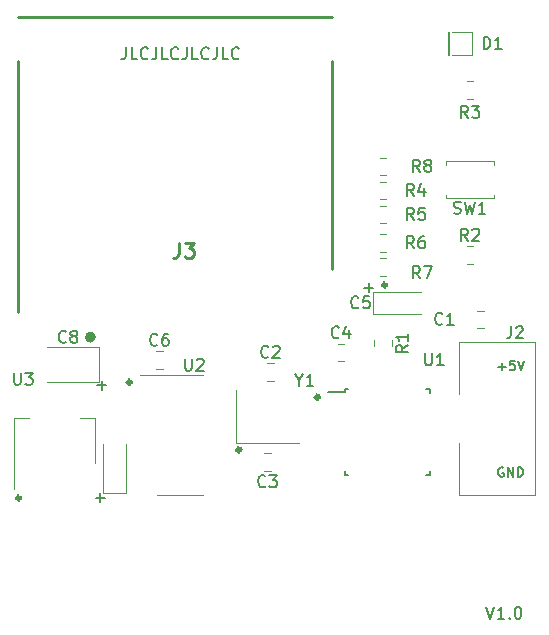
<source format=gbr>
%TF.GenerationSoftware,KiCad,Pcbnew,7.0.9*%
%TF.CreationDate,2023-12-04T13:48:36-06:00*%
%TF.ProjectId,smartportsd-smd,736d6172-7470-46f7-9274-73642d736d64,rev?*%
%TF.SameCoordinates,Original*%
%TF.FileFunction,Legend,Top*%
%TF.FilePolarity,Positive*%
%FSLAX46Y46*%
G04 Gerber Fmt 4.6, Leading zero omitted, Abs format (unit mm)*
G04 Created by KiCad (PCBNEW 7.0.9) date 2023-12-04 13:48:36*
%MOMM*%
%LPD*%
G01*
G04 APERTURE LIST*
%ADD10C,0.358981*%
%ADD11C,0.150000*%
%ADD12C,0.200000*%
%ADD13C,0.254000*%
%ADD14C,0.120000*%
%ADD15C,0.500000*%
G04 APERTURE END LIST*
D10*
X166930490Y-105410000D02*
G75*
G03*
X166930490Y-105410000I-179490J0D01*
G01*
X154581509Y-119380000D02*
G75*
G03*
X154581509Y-119380000I-179490J0D01*
G01*
X161245471Y-114935000D02*
G75*
G03*
X161245471Y-114935000I-179490J0D01*
G01*
X145340490Y-113665000D02*
G75*
G03*
X145340490Y-113665000I-179490J0D01*
G01*
X135942490Y-123444000D02*
G75*
G03*
X135942490Y-123444000I-179490J0D01*
G01*
D11*
X176809476Y-120885390D02*
X176733286Y-120847295D01*
X176733286Y-120847295D02*
X176619000Y-120847295D01*
X176619000Y-120847295D02*
X176504714Y-120885390D01*
X176504714Y-120885390D02*
X176428524Y-120961580D01*
X176428524Y-120961580D02*
X176390429Y-121037771D01*
X176390429Y-121037771D02*
X176352333Y-121190152D01*
X176352333Y-121190152D02*
X176352333Y-121304438D01*
X176352333Y-121304438D02*
X176390429Y-121456819D01*
X176390429Y-121456819D02*
X176428524Y-121533009D01*
X176428524Y-121533009D02*
X176504714Y-121609200D01*
X176504714Y-121609200D02*
X176619000Y-121647295D01*
X176619000Y-121647295D02*
X176695191Y-121647295D01*
X176695191Y-121647295D02*
X176809476Y-121609200D01*
X176809476Y-121609200D02*
X176847572Y-121571104D01*
X176847572Y-121571104D02*
X176847572Y-121304438D01*
X176847572Y-121304438D02*
X176695191Y-121304438D01*
X177190429Y-121647295D02*
X177190429Y-120847295D01*
X177190429Y-120847295D02*
X177647572Y-121647295D01*
X177647572Y-121647295D02*
X177647572Y-120847295D01*
X178028524Y-121647295D02*
X178028524Y-120847295D01*
X178028524Y-120847295D02*
X178219000Y-120847295D01*
X178219000Y-120847295D02*
X178333286Y-120885390D01*
X178333286Y-120885390D02*
X178409476Y-120961580D01*
X178409476Y-120961580D02*
X178447571Y-121037771D01*
X178447571Y-121037771D02*
X178485667Y-121190152D01*
X178485667Y-121190152D02*
X178485667Y-121304438D01*
X178485667Y-121304438D02*
X178447571Y-121456819D01*
X178447571Y-121456819D02*
X178409476Y-121533009D01*
X178409476Y-121533009D02*
X178333286Y-121609200D01*
X178333286Y-121609200D02*
X178219000Y-121647295D01*
X178219000Y-121647295D02*
X178028524Y-121647295D01*
D12*
X144859951Y-85304219D02*
X144859951Y-86018504D01*
X144859951Y-86018504D02*
X144812332Y-86161361D01*
X144812332Y-86161361D02*
X144717094Y-86256600D01*
X144717094Y-86256600D02*
X144574237Y-86304219D01*
X144574237Y-86304219D02*
X144478999Y-86304219D01*
X145812332Y-86304219D02*
X145336142Y-86304219D01*
X145336142Y-86304219D02*
X145336142Y-85304219D01*
X146717094Y-86208980D02*
X146669475Y-86256600D01*
X146669475Y-86256600D02*
X146526618Y-86304219D01*
X146526618Y-86304219D02*
X146431380Y-86304219D01*
X146431380Y-86304219D02*
X146288523Y-86256600D01*
X146288523Y-86256600D02*
X146193285Y-86161361D01*
X146193285Y-86161361D02*
X146145666Y-86066123D01*
X146145666Y-86066123D02*
X146098047Y-85875647D01*
X146098047Y-85875647D02*
X146098047Y-85732790D01*
X146098047Y-85732790D02*
X146145666Y-85542314D01*
X146145666Y-85542314D02*
X146193285Y-85447076D01*
X146193285Y-85447076D02*
X146288523Y-85351838D01*
X146288523Y-85351838D02*
X146431380Y-85304219D01*
X146431380Y-85304219D02*
X146526618Y-85304219D01*
X146526618Y-85304219D02*
X146669475Y-85351838D01*
X146669475Y-85351838D02*
X146717094Y-85399457D01*
X147431380Y-85304219D02*
X147431380Y-86018504D01*
X147431380Y-86018504D02*
X147383761Y-86161361D01*
X147383761Y-86161361D02*
X147288523Y-86256600D01*
X147288523Y-86256600D02*
X147145666Y-86304219D01*
X147145666Y-86304219D02*
X147050428Y-86304219D01*
X148383761Y-86304219D02*
X147907571Y-86304219D01*
X147907571Y-86304219D02*
X147907571Y-85304219D01*
X149288523Y-86208980D02*
X149240904Y-86256600D01*
X149240904Y-86256600D02*
X149098047Y-86304219D01*
X149098047Y-86304219D02*
X149002809Y-86304219D01*
X149002809Y-86304219D02*
X148859952Y-86256600D01*
X148859952Y-86256600D02*
X148764714Y-86161361D01*
X148764714Y-86161361D02*
X148717095Y-86066123D01*
X148717095Y-86066123D02*
X148669476Y-85875647D01*
X148669476Y-85875647D02*
X148669476Y-85732790D01*
X148669476Y-85732790D02*
X148717095Y-85542314D01*
X148717095Y-85542314D02*
X148764714Y-85447076D01*
X148764714Y-85447076D02*
X148859952Y-85351838D01*
X148859952Y-85351838D02*
X149002809Y-85304219D01*
X149002809Y-85304219D02*
X149098047Y-85304219D01*
X149098047Y-85304219D02*
X149240904Y-85351838D01*
X149240904Y-85351838D02*
X149288523Y-85399457D01*
X150002809Y-85304219D02*
X150002809Y-86018504D01*
X150002809Y-86018504D02*
X149955190Y-86161361D01*
X149955190Y-86161361D02*
X149859952Y-86256600D01*
X149859952Y-86256600D02*
X149717095Y-86304219D01*
X149717095Y-86304219D02*
X149621857Y-86304219D01*
X150955190Y-86304219D02*
X150479000Y-86304219D01*
X150479000Y-86304219D02*
X150479000Y-85304219D01*
X151859952Y-86208980D02*
X151812333Y-86256600D01*
X151812333Y-86256600D02*
X151669476Y-86304219D01*
X151669476Y-86304219D02*
X151574238Y-86304219D01*
X151574238Y-86304219D02*
X151431381Y-86256600D01*
X151431381Y-86256600D02*
X151336143Y-86161361D01*
X151336143Y-86161361D02*
X151288524Y-86066123D01*
X151288524Y-86066123D02*
X151240905Y-85875647D01*
X151240905Y-85875647D02*
X151240905Y-85732790D01*
X151240905Y-85732790D02*
X151288524Y-85542314D01*
X151288524Y-85542314D02*
X151336143Y-85447076D01*
X151336143Y-85447076D02*
X151431381Y-85351838D01*
X151431381Y-85351838D02*
X151574238Y-85304219D01*
X151574238Y-85304219D02*
X151669476Y-85304219D01*
X151669476Y-85304219D02*
X151812333Y-85351838D01*
X151812333Y-85351838D02*
X151859952Y-85399457D01*
X152574238Y-85304219D02*
X152574238Y-86018504D01*
X152574238Y-86018504D02*
X152526619Y-86161361D01*
X152526619Y-86161361D02*
X152431381Y-86256600D01*
X152431381Y-86256600D02*
X152288524Y-86304219D01*
X152288524Y-86304219D02*
X152193286Y-86304219D01*
X153526619Y-86304219D02*
X153050429Y-86304219D01*
X153050429Y-86304219D02*
X153050429Y-85304219D01*
X154431381Y-86208980D02*
X154383762Y-86256600D01*
X154383762Y-86256600D02*
X154240905Y-86304219D01*
X154240905Y-86304219D02*
X154145667Y-86304219D01*
X154145667Y-86304219D02*
X154002810Y-86256600D01*
X154002810Y-86256600D02*
X153907572Y-86161361D01*
X153907572Y-86161361D02*
X153859953Y-86066123D01*
X153859953Y-86066123D02*
X153812334Y-85875647D01*
X153812334Y-85875647D02*
X153812334Y-85732790D01*
X153812334Y-85732790D02*
X153859953Y-85542314D01*
X153859953Y-85542314D02*
X153907572Y-85447076D01*
X153907572Y-85447076D02*
X154002810Y-85351838D01*
X154002810Y-85351838D02*
X154145667Y-85304219D01*
X154145667Y-85304219D02*
X154240905Y-85304219D01*
X154240905Y-85304219D02*
X154383762Y-85351838D01*
X154383762Y-85351838D02*
X154431381Y-85399457D01*
D11*
X142449779Y-113915866D02*
X143211684Y-113915866D01*
X142830731Y-114296819D02*
X142830731Y-113534914D01*
X142322779Y-123440866D02*
X143084684Y-123440866D01*
X142703731Y-123821819D02*
X142703731Y-123059914D01*
X176390429Y-112325533D02*
X176999953Y-112325533D01*
X176695191Y-112630295D02*
X176695191Y-112020771D01*
X177761857Y-111830295D02*
X177380905Y-111830295D01*
X177380905Y-111830295D02*
X177342809Y-112211247D01*
X177342809Y-112211247D02*
X177380905Y-112173152D01*
X177380905Y-112173152D02*
X177457095Y-112135057D01*
X177457095Y-112135057D02*
X177647571Y-112135057D01*
X177647571Y-112135057D02*
X177723762Y-112173152D01*
X177723762Y-112173152D02*
X177761857Y-112211247D01*
X177761857Y-112211247D02*
X177799952Y-112287438D01*
X177799952Y-112287438D02*
X177799952Y-112477914D01*
X177799952Y-112477914D02*
X177761857Y-112554104D01*
X177761857Y-112554104D02*
X177723762Y-112592200D01*
X177723762Y-112592200D02*
X177647571Y-112630295D01*
X177647571Y-112630295D02*
X177457095Y-112630295D01*
X177457095Y-112630295D02*
X177380905Y-112592200D01*
X177380905Y-112592200D02*
X177342809Y-112554104D01*
X178028524Y-111830295D02*
X178295191Y-112630295D01*
X178295191Y-112630295D02*
X178561857Y-111830295D01*
X165055779Y-105660866D02*
X165817684Y-105660866D01*
X165436731Y-106041819D02*
X165436731Y-105279914D01*
D12*
X175387191Y-132675219D02*
X175720524Y-133675219D01*
X175720524Y-133675219D02*
X176053857Y-132675219D01*
X176911000Y-133675219D02*
X176339572Y-133675219D01*
X176625286Y-133675219D02*
X176625286Y-132675219D01*
X176625286Y-132675219D02*
X176530048Y-132818076D01*
X176530048Y-132818076D02*
X176434810Y-132913314D01*
X176434810Y-132913314D02*
X176339572Y-132960933D01*
X177339572Y-133579980D02*
X177387191Y-133627600D01*
X177387191Y-133627600D02*
X177339572Y-133675219D01*
X177339572Y-133675219D02*
X177291953Y-133627600D01*
X177291953Y-133627600D02*
X177339572Y-133579980D01*
X177339572Y-133579980D02*
X177339572Y-133675219D01*
X178006238Y-132675219D02*
X178101476Y-132675219D01*
X178101476Y-132675219D02*
X178196714Y-132722838D01*
X178196714Y-132722838D02*
X178244333Y-132770457D01*
X178244333Y-132770457D02*
X178291952Y-132865695D01*
X178291952Y-132865695D02*
X178339571Y-133056171D01*
X178339571Y-133056171D02*
X178339571Y-133294266D01*
X178339571Y-133294266D02*
X178291952Y-133484742D01*
X178291952Y-133484742D02*
X178244333Y-133579980D01*
X178244333Y-133579980D02*
X178196714Y-133627600D01*
X178196714Y-133627600D02*
X178101476Y-133675219D01*
X178101476Y-133675219D02*
X178006238Y-133675219D01*
X178006238Y-133675219D02*
X177911000Y-133627600D01*
X177911000Y-133627600D02*
X177863381Y-133579980D01*
X177863381Y-133579980D02*
X177815762Y-133484742D01*
X177815762Y-133484742D02*
X177768143Y-133294266D01*
X177768143Y-133294266D02*
X177768143Y-133056171D01*
X177768143Y-133056171D02*
X177815762Y-132865695D01*
X177815762Y-132865695D02*
X177863381Y-132770457D01*
X177863381Y-132770457D02*
X177911000Y-132722838D01*
X177911000Y-132722838D02*
X178006238Y-132675219D01*
D11*
X170180095Y-111214819D02*
X170180095Y-112024342D01*
X170180095Y-112024342D02*
X170227714Y-112119580D01*
X170227714Y-112119580D02*
X170275333Y-112167200D01*
X170275333Y-112167200D02*
X170370571Y-112214819D01*
X170370571Y-112214819D02*
X170561047Y-112214819D01*
X170561047Y-112214819D02*
X170656285Y-112167200D01*
X170656285Y-112167200D02*
X170703904Y-112119580D01*
X170703904Y-112119580D02*
X170751523Y-112024342D01*
X170751523Y-112024342D02*
X170751523Y-111214819D01*
X171751523Y-112214819D02*
X171180095Y-112214819D01*
X171465809Y-112214819D02*
X171465809Y-111214819D01*
X171465809Y-111214819D02*
X171370571Y-111357676D01*
X171370571Y-111357676D02*
X171275333Y-111452914D01*
X171275333Y-111452914D02*
X171180095Y-111500533D01*
X169251333Y-102308819D02*
X168918000Y-101832628D01*
X168679905Y-102308819D02*
X168679905Y-101308819D01*
X168679905Y-101308819D02*
X169060857Y-101308819D01*
X169060857Y-101308819D02*
X169156095Y-101356438D01*
X169156095Y-101356438D02*
X169203714Y-101404057D01*
X169203714Y-101404057D02*
X169251333Y-101499295D01*
X169251333Y-101499295D02*
X169251333Y-101642152D01*
X169251333Y-101642152D02*
X169203714Y-101737390D01*
X169203714Y-101737390D02*
X169156095Y-101785009D01*
X169156095Y-101785009D02*
X169060857Y-101832628D01*
X169060857Y-101832628D02*
X168679905Y-101832628D01*
X170108476Y-101308819D02*
X169918000Y-101308819D01*
X169918000Y-101308819D02*
X169822762Y-101356438D01*
X169822762Y-101356438D02*
X169775143Y-101404057D01*
X169775143Y-101404057D02*
X169679905Y-101546914D01*
X169679905Y-101546914D02*
X169632286Y-101737390D01*
X169632286Y-101737390D02*
X169632286Y-102118342D01*
X169632286Y-102118342D02*
X169679905Y-102213580D01*
X169679905Y-102213580D02*
X169727524Y-102261200D01*
X169727524Y-102261200D02*
X169822762Y-102308819D01*
X169822762Y-102308819D02*
X170013238Y-102308819D01*
X170013238Y-102308819D02*
X170108476Y-102261200D01*
X170108476Y-102261200D02*
X170156095Y-102213580D01*
X170156095Y-102213580D02*
X170203714Y-102118342D01*
X170203714Y-102118342D02*
X170203714Y-101880247D01*
X170203714Y-101880247D02*
X170156095Y-101785009D01*
X170156095Y-101785009D02*
X170108476Y-101737390D01*
X170108476Y-101737390D02*
X170013238Y-101689771D01*
X170013238Y-101689771D02*
X169822762Y-101689771D01*
X169822762Y-101689771D02*
X169727524Y-101737390D01*
X169727524Y-101737390D02*
X169679905Y-101785009D01*
X169679905Y-101785009D02*
X169632286Y-101880247D01*
X147534333Y-110468580D02*
X147486714Y-110516200D01*
X147486714Y-110516200D02*
X147343857Y-110563819D01*
X147343857Y-110563819D02*
X147248619Y-110563819D01*
X147248619Y-110563819D02*
X147105762Y-110516200D01*
X147105762Y-110516200D02*
X147010524Y-110420961D01*
X147010524Y-110420961D02*
X146962905Y-110325723D01*
X146962905Y-110325723D02*
X146915286Y-110135247D01*
X146915286Y-110135247D02*
X146915286Y-109992390D01*
X146915286Y-109992390D02*
X146962905Y-109801914D01*
X146962905Y-109801914D02*
X147010524Y-109706676D01*
X147010524Y-109706676D02*
X147105762Y-109611438D01*
X147105762Y-109611438D02*
X147248619Y-109563819D01*
X147248619Y-109563819D02*
X147343857Y-109563819D01*
X147343857Y-109563819D02*
X147486714Y-109611438D01*
X147486714Y-109611438D02*
X147534333Y-109659057D01*
X148391476Y-109563819D02*
X148201000Y-109563819D01*
X148201000Y-109563819D02*
X148105762Y-109611438D01*
X148105762Y-109611438D02*
X148058143Y-109659057D01*
X148058143Y-109659057D02*
X147962905Y-109801914D01*
X147962905Y-109801914D02*
X147915286Y-109992390D01*
X147915286Y-109992390D02*
X147915286Y-110373342D01*
X147915286Y-110373342D02*
X147962905Y-110468580D01*
X147962905Y-110468580D02*
X148010524Y-110516200D01*
X148010524Y-110516200D02*
X148105762Y-110563819D01*
X148105762Y-110563819D02*
X148296238Y-110563819D01*
X148296238Y-110563819D02*
X148391476Y-110516200D01*
X148391476Y-110516200D02*
X148439095Y-110468580D01*
X148439095Y-110468580D02*
X148486714Y-110373342D01*
X148486714Y-110373342D02*
X148486714Y-110135247D01*
X148486714Y-110135247D02*
X148439095Y-110040009D01*
X148439095Y-110040009D02*
X148391476Y-109992390D01*
X148391476Y-109992390D02*
X148296238Y-109944771D01*
X148296238Y-109944771D02*
X148105762Y-109944771D01*
X148105762Y-109944771D02*
X148010524Y-109992390D01*
X148010524Y-109992390D02*
X147962905Y-110040009D01*
X147962905Y-110040009D02*
X147915286Y-110135247D01*
X169759333Y-95831819D02*
X169426000Y-95355628D01*
X169187905Y-95831819D02*
X169187905Y-94831819D01*
X169187905Y-94831819D02*
X169568857Y-94831819D01*
X169568857Y-94831819D02*
X169664095Y-94879438D01*
X169664095Y-94879438D02*
X169711714Y-94927057D01*
X169711714Y-94927057D02*
X169759333Y-95022295D01*
X169759333Y-95022295D02*
X169759333Y-95165152D01*
X169759333Y-95165152D02*
X169711714Y-95260390D01*
X169711714Y-95260390D02*
X169664095Y-95308009D01*
X169664095Y-95308009D02*
X169568857Y-95355628D01*
X169568857Y-95355628D02*
X169187905Y-95355628D01*
X170330762Y-95260390D02*
X170235524Y-95212771D01*
X170235524Y-95212771D02*
X170187905Y-95165152D01*
X170187905Y-95165152D02*
X170140286Y-95069914D01*
X170140286Y-95069914D02*
X170140286Y-95022295D01*
X170140286Y-95022295D02*
X170187905Y-94927057D01*
X170187905Y-94927057D02*
X170235524Y-94879438D01*
X170235524Y-94879438D02*
X170330762Y-94831819D01*
X170330762Y-94831819D02*
X170521238Y-94831819D01*
X170521238Y-94831819D02*
X170616476Y-94879438D01*
X170616476Y-94879438D02*
X170664095Y-94927057D01*
X170664095Y-94927057D02*
X170711714Y-95022295D01*
X170711714Y-95022295D02*
X170711714Y-95069914D01*
X170711714Y-95069914D02*
X170664095Y-95165152D01*
X170664095Y-95165152D02*
X170616476Y-95212771D01*
X170616476Y-95212771D02*
X170521238Y-95260390D01*
X170521238Y-95260390D02*
X170330762Y-95260390D01*
X170330762Y-95260390D02*
X170235524Y-95308009D01*
X170235524Y-95308009D02*
X170187905Y-95355628D01*
X170187905Y-95355628D02*
X170140286Y-95450866D01*
X170140286Y-95450866D02*
X170140286Y-95641342D01*
X170140286Y-95641342D02*
X170187905Y-95736580D01*
X170187905Y-95736580D02*
X170235524Y-95784200D01*
X170235524Y-95784200D02*
X170330762Y-95831819D01*
X170330762Y-95831819D02*
X170521238Y-95831819D01*
X170521238Y-95831819D02*
X170616476Y-95784200D01*
X170616476Y-95784200D02*
X170664095Y-95736580D01*
X170664095Y-95736580D02*
X170711714Y-95641342D01*
X170711714Y-95641342D02*
X170711714Y-95450866D01*
X170711714Y-95450866D02*
X170664095Y-95355628D01*
X170664095Y-95355628D02*
X170616476Y-95308009D01*
X170616476Y-95308009D02*
X170521238Y-95260390D01*
X156932333Y-111484580D02*
X156884714Y-111532200D01*
X156884714Y-111532200D02*
X156741857Y-111579819D01*
X156741857Y-111579819D02*
X156646619Y-111579819D01*
X156646619Y-111579819D02*
X156503762Y-111532200D01*
X156503762Y-111532200D02*
X156408524Y-111436961D01*
X156408524Y-111436961D02*
X156360905Y-111341723D01*
X156360905Y-111341723D02*
X156313286Y-111151247D01*
X156313286Y-111151247D02*
X156313286Y-111008390D01*
X156313286Y-111008390D02*
X156360905Y-110817914D01*
X156360905Y-110817914D02*
X156408524Y-110722676D01*
X156408524Y-110722676D02*
X156503762Y-110627438D01*
X156503762Y-110627438D02*
X156646619Y-110579819D01*
X156646619Y-110579819D02*
X156741857Y-110579819D01*
X156741857Y-110579819D02*
X156884714Y-110627438D01*
X156884714Y-110627438D02*
X156932333Y-110675057D01*
X157313286Y-110675057D02*
X157360905Y-110627438D01*
X157360905Y-110627438D02*
X157456143Y-110579819D01*
X157456143Y-110579819D02*
X157694238Y-110579819D01*
X157694238Y-110579819D02*
X157789476Y-110627438D01*
X157789476Y-110627438D02*
X157837095Y-110675057D01*
X157837095Y-110675057D02*
X157884714Y-110770295D01*
X157884714Y-110770295D02*
X157884714Y-110865533D01*
X157884714Y-110865533D02*
X157837095Y-111008390D01*
X157837095Y-111008390D02*
X157265667Y-111579819D01*
X157265667Y-111579819D02*
X157884714Y-111579819D01*
X173823333Y-91259819D02*
X173490000Y-90783628D01*
X173251905Y-91259819D02*
X173251905Y-90259819D01*
X173251905Y-90259819D02*
X173632857Y-90259819D01*
X173632857Y-90259819D02*
X173728095Y-90307438D01*
X173728095Y-90307438D02*
X173775714Y-90355057D01*
X173775714Y-90355057D02*
X173823333Y-90450295D01*
X173823333Y-90450295D02*
X173823333Y-90593152D01*
X173823333Y-90593152D02*
X173775714Y-90688390D01*
X173775714Y-90688390D02*
X173728095Y-90736009D01*
X173728095Y-90736009D02*
X173632857Y-90783628D01*
X173632857Y-90783628D02*
X173251905Y-90783628D01*
X174156667Y-90259819D02*
X174775714Y-90259819D01*
X174775714Y-90259819D02*
X174442381Y-90640771D01*
X174442381Y-90640771D02*
X174585238Y-90640771D01*
X174585238Y-90640771D02*
X174680476Y-90688390D01*
X174680476Y-90688390D02*
X174728095Y-90736009D01*
X174728095Y-90736009D02*
X174775714Y-90831247D01*
X174775714Y-90831247D02*
X174775714Y-91069342D01*
X174775714Y-91069342D02*
X174728095Y-91164580D01*
X174728095Y-91164580D02*
X174680476Y-91212200D01*
X174680476Y-91212200D02*
X174585238Y-91259819D01*
X174585238Y-91259819D02*
X174299524Y-91259819D01*
X174299524Y-91259819D02*
X174204286Y-91212200D01*
X174204286Y-91212200D02*
X174156667Y-91164580D01*
X168728819Y-110513666D02*
X168252628Y-110846999D01*
X168728819Y-111085094D02*
X167728819Y-111085094D01*
X167728819Y-111085094D02*
X167728819Y-110704142D01*
X167728819Y-110704142D02*
X167776438Y-110608904D01*
X167776438Y-110608904D02*
X167824057Y-110561285D01*
X167824057Y-110561285D02*
X167919295Y-110513666D01*
X167919295Y-110513666D02*
X168062152Y-110513666D01*
X168062152Y-110513666D02*
X168157390Y-110561285D01*
X168157390Y-110561285D02*
X168205009Y-110608904D01*
X168205009Y-110608904D02*
X168252628Y-110704142D01*
X168252628Y-110704142D02*
X168252628Y-111085094D01*
X168728819Y-109561285D02*
X168728819Y-110132713D01*
X168728819Y-109846999D02*
X167728819Y-109846999D01*
X167728819Y-109846999D02*
X167871676Y-109942237D01*
X167871676Y-109942237D02*
X167966914Y-110037475D01*
X167966914Y-110037475D02*
X168014533Y-110132713D01*
X172631267Y-99340200D02*
X172774124Y-99387819D01*
X172774124Y-99387819D02*
X173012219Y-99387819D01*
X173012219Y-99387819D02*
X173107457Y-99340200D01*
X173107457Y-99340200D02*
X173155076Y-99292580D01*
X173155076Y-99292580D02*
X173202695Y-99197342D01*
X173202695Y-99197342D02*
X173202695Y-99102104D01*
X173202695Y-99102104D02*
X173155076Y-99006866D01*
X173155076Y-99006866D02*
X173107457Y-98959247D01*
X173107457Y-98959247D02*
X173012219Y-98911628D01*
X173012219Y-98911628D02*
X172821743Y-98864009D01*
X172821743Y-98864009D02*
X172726505Y-98816390D01*
X172726505Y-98816390D02*
X172678886Y-98768771D01*
X172678886Y-98768771D02*
X172631267Y-98673533D01*
X172631267Y-98673533D02*
X172631267Y-98578295D01*
X172631267Y-98578295D02*
X172678886Y-98483057D01*
X172678886Y-98483057D02*
X172726505Y-98435438D01*
X172726505Y-98435438D02*
X172821743Y-98387819D01*
X172821743Y-98387819D02*
X173059838Y-98387819D01*
X173059838Y-98387819D02*
X173202695Y-98435438D01*
X173536029Y-98387819D02*
X173774124Y-99387819D01*
X173774124Y-99387819D02*
X173964600Y-98673533D01*
X173964600Y-98673533D02*
X174155076Y-99387819D01*
X174155076Y-99387819D02*
X174393172Y-98387819D01*
X175297933Y-99387819D02*
X174726505Y-99387819D01*
X175012219Y-99387819D02*
X175012219Y-98387819D01*
X175012219Y-98387819D02*
X174916981Y-98530676D01*
X174916981Y-98530676D02*
X174821743Y-98625914D01*
X174821743Y-98625914D02*
X174726505Y-98673533D01*
X159543809Y-113489628D02*
X159543809Y-113965819D01*
X159210476Y-112965819D02*
X159543809Y-113489628D01*
X159543809Y-113489628D02*
X159877142Y-112965819D01*
X160734285Y-113965819D02*
X160162857Y-113965819D01*
X160448571Y-113965819D02*
X160448571Y-112965819D01*
X160448571Y-112965819D02*
X160353333Y-113108676D01*
X160353333Y-113108676D02*
X160258095Y-113203914D01*
X160258095Y-113203914D02*
X160162857Y-113251533D01*
X169251333Y-99895819D02*
X168918000Y-99419628D01*
X168679905Y-99895819D02*
X168679905Y-98895819D01*
X168679905Y-98895819D02*
X169060857Y-98895819D01*
X169060857Y-98895819D02*
X169156095Y-98943438D01*
X169156095Y-98943438D02*
X169203714Y-98991057D01*
X169203714Y-98991057D02*
X169251333Y-99086295D01*
X169251333Y-99086295D02*
X169251333Y-99229152D01*
X169251333Y-99229152D02*
X169203714Y-99324390D01*
X169203714Y-99324390D02*
X169156095Y-99372009D01*
X169156095Y-99372009D02*
X169060857Y-99419628D01*
X169060857Y-99419628D02*
X168679905Y-99419628D01*
X170156095Y-98895819D02*
X169679905Y-98895819D01*
X169679905Y-98895819D02*
X169632286Y-99372009D01*
X169632286Y-99372009D02*
X169679905Y-99324390D01*
X169679905Y-99324390D02*
X169775143Y-99276771D01*
X169775143Y-99276771D02*
X170013238Y-99276771D01*
X170013238Y-99276771D02*
X170108476Y-99324390D01*
X170108476Y-99324390D02*
X170156095Y-99372009D01*
X170156095Y-99372009D02*
X170203714Y-99467247D01*
X170203714Y-99467247D02*
X170203714Y-99705342D01*
X170203714Y-99705342D02*
X170156095Y-99800580D01*
X170156095Y-99800580D02*
X170108476Y-99848200D01*
X170108476Y-99848200D02*
X170013238Y-99895819D01*
X170013238Y-99895819D02*
X169775143Y-99895819D01*
X169775143Y-99895819D02*
X169679905Y-99848200D01*
X169679905Y-99848200D02*
X169632286Y-99800580D01*
D13*
X149341337Y-101831318D02*
X149341337Y-102738461D01*
X149341337Y-102738461D02*
X149280860Y-102919889D01*
X149280860Y-102919889D02*
X149159908Y-103040842D01*
X149159908Y-103040842D02*
X148978479Y-103101318D01*
X148978479Y-103101318D02*
X148857527Y-103101318D01*
X149825146Y-101831318D02*
X150611337Y-101831318D01*
X150611337Y-101831318D02*
X150188003Y-102315127D01*
X150188003Y-102315127D02*
X150369432Y-102315127D01*
X150369432Y-102315127D02*
X150490384Y-102375603D01*
X150490384Y-102375603D02*
X150550860Y-102436080D01*
X150550860Y-102436080D02*
X150611337Y-102557032D01*
X150611337Y-102557032D02*
X150611337Y-102859413D01*
X150611337Y-102859413D02*
X150550860Y-102980365D01*
X150550860Y-102980365D02*
X150490384Y-103040842D01*
X150490384Y-103040842D02*
X150369432Y-103101318D01*
X150369432Y-103101318D02*
X150006575Y-103101318D01*
X150006575Y-103101318D02*
X149885622Y-103040842D01*
X149885622Y-103040842D02*
X149825146Y-102980365D01*
D11*
X164552333Y-107293580D02*
X164504714Y-107341200D01*
X164504714Y-107341200D02*
X164361857Y-107388819D01*
X164361857Y-107388819D02*
X164266619Y-107388819D01*
X164266619Y-107388819D02*
X164123762Y-107341200D01*
X164123762Y-107341200D02*
X164028524Y-107245961D01*
X164028524Y-107245961D02*
X163980905Y-107150723D01*
X163980905Y-107150723D02*
X163933286Y-106960247D01*
X163933286Y-106960247D02*
X163933286Y-106817390D01*
X163933286Y-106817390D02*
X163980905Y-106626914D01*
X163980905Y-106626914D02*
X164028524Y-106531676D01*
X164028524Y-106531676D02*
X164123762Y-106436438D01*
X164123762Y-106436438D02*
X164266619Y-106388819D01*
X164266619Y-106388819D02*
X164361857Y-106388819D01*
X164361857Y-106388819D02*
X164504714Y-106436438D01*
X164504714Y-106436438D02*
X164552333Y-106484057D01*
X165457095Y-106388819D02*
X164980905Y-106388819D01*
X164980905Y-106388819D02*
X164933286Y-106865009D01*
X164933286Y-106865009D02*
X164980905Y-106817390D01*
X164980905Y-106817390D02*
X165076143Y-106769771D01*
X165076143Y-106769771D02*
X165314238Y-106769771D01*
X165314238Y-106769771D02*
X165409476Y-106817390D01*
X165409476Y-106817390D02*
X165457095Y-106865009D01*
X165457095Y-106865009D02*
X165504714Y-106960247D01*
X165504714Y-106960247D02*
X165504714Y-107198342D01*
X165504714Y-107198342D02*
X165457095Y-107293580D01*
X165457095Y-107293580D02*
X165409476Y-107341200D01*
X165409476Y-107341200D02*
X165314238Y-107388819D01*
X165314238Y-107388819D02*
X165076143Y-107388819D01*
X165076143Y-107388819D02*
X164980905Y-107341200D01*
X164980905Y-107341200D02*
X164933286Y-107293580D01*
X177466666Y-108928819D02*
X177466666Y-109643104D01*
X177466666Y-109643104D02*
X177419047Y-109785961D01*
X177419047Y-109785961D02*
X177323809Y-109881200D01*
X177323809Y-109881200D02*
X177180952Y-109928819D01*
X177180952Y-109928819D02*
X177085714Y-109928819D01*
X177895238Y-109024057D02*
X177942857Y-108976438D01*
X177942857Y-108976438D02*
X178038095Y-108928819D01*
X178038095Y-108928819D02*
X178276190Y-108928819D01*
X178276190Y-108928819D02*
X178371428Y-108976438D01*
X178371428Y-108976438D02*
X178419047Y-109024057D01*
X178419047Y-109024057D02*
X178466666Y-109119295D01*
X178466666Y-109119295D02*
X178466666Y-109214533D01*
X178466666Y-109214533D02*
X178419047Y-109357390D01*
X178419047Y-109357390D02*
X177847619Y-109928819D01*
X177847619Y-109928819D02*
X178466666Y-109928819D01*
X169251333Y-97863819D02*
X168918000Y-97387628D01*
X168679905Y-97863819D02*
X168679905Y-96863819D01*
X168679905Y-96863819D02*
X169060857Y-96863819D01*
X169060857Y-96863819D02*
X169156095Y-96911438D01*
X169156095Y-96911438D02*
X169203714Y-96959057D01*
X169203714Y-96959057D02*
X169251333Y-97054295D01*
X169251333Y-97054295D02*
X169251333Y-97197152D01*
X169251333Y-97197152D02*
X169203714Y-97292390D01*
X169203714Y-97292390D02*
X169156095Y-97340009D01*
X169156095Y-97340009D02*
X169060857Y-97387628D01*
X169060857Y-97387628D02*
X168679905Y-97387628D01*
X170108476Y-97197152D02*
X170108476Y-97863819D01*
X169870381Y-96816200D02*
X169632286Y-97530485D01*
X169632286Y-97530485D02*
X170251333Y-97530485D01*
X175156905Y-85417819D02*
X175156905Y-84417819D01*
X175156905Y-84417819D02*
X175395000Y-84417819D01*
X175395000Y-84417819D02*
X175537857Y-84465438D01*
X175537857Y-84465438D02*
X175633095Y-84560676D01*
X175633095Y-84560676D02*
X175680714Y-84655914D01*
X175680714Y-84655914D02*
X175728333Y-84846390D01*
X175728333Y-84846390D02*
X175728333Y-84989247D01*
X175728333Y-84989247D02*
X175680714Y-85179723D01*
X175680714Y-85179723D02*
X175633095Y-85274961D01*
X175633095Y-85274961D02*
X175537857Y-85370200D01*
X175537857Y-85370200D02*
X175395000Y-85417819D01*
X175395000Y-85417819D02*
X175156905Y-85417819D01*
X176680714Y-85417819D02*
X176109286Y-85417819D01*
X176395000Y-85417819D02*
X176395000Y-84417819D01*
X176395000Y-84417819D02*
X176299762Y-84560676D01*
X176299762Y-84560676D02*
X176204524Y-84655914D01*
X176204524Y-84655914D02*
X176109286Y-84703533D01*
X139787333Y-110214580D02*
X139739714Y-110262200D01*
X139739714Y-110262200D02*
X139596857Y-110309819D01*
X139596857Y-110309819D02*
X139501619Y-110309819D01*
X139501619Y-110309819D02*
X139358762Y-110262200D01*
X139358762Y-110262200D02*
X139263524Y-110166961D01*
X139263524Y-110166961D02*
X139215905Y-110071723D01*
X139215905Y-110071723D02*
X139168286Y-109881247D01*
X139168286Y-109881247D02*
X139168286Y-109738390D01*
X139168286Y-109738390D02*
X139215905Y-109547914D01*
X139215905Y-109547914D02*
X139263524Y-109452676D01*
X139263524Y-109452676D02*
X139358762Y-109357438D01*
X139358762Y-109357438D02*
X139501619Y-109309819D01*
X139501619Y-109309819D02*
X139596857Y-109309819D01*
X139596857Y-109309819D02*
X139739714Y-109357438D01*
X139739714Y-109357438D02*
X139787333Y-109405057D01*
X140358762Y-109738390D02*
X140263524Y-109690771D01*
X140263524Y-109690771D02*
X140215905Y-109643152D01*
X140215905Y-109643152D02*
X140168286Y-109547914D01*
X140168286Y-109547914D02*
X140168286Y-109500295D01*
X140168286Y-109500295D02*
X140215905Y-109405057D01*
X140215905Y-109405057D02*
X140263524Y-109357438D01*
X140263524Y-109357438D02*
X140358762Y-109309819D01*
X140358762Y-109309819D02*
X140549238Y-109309819D01*
X140549238Y-109309819D02*
X140644476Y-109357438D01*
X140644476Y-109357438D02*
X140692095Y-109405057D01*
X140692095Y-109405057D02*
X140739714Y-109500295D01*
X140739714Y-109500295D02*
X140739714Y-109547914D01*
X140739714Y-109547914D02*
X140692095Y-109643152D01*
X140692095Y-109643152D02*
X140644476Y-109690771D01*
X140644476Y-109690771D02*
X140549238Y-109738390D01*
X140549238Y-109738390D02*
X140358762Y-109738390D01*
X140358762Y-109738390D02*
X140263524Y-109786009D01*
X140263524Y-109786009D02*
X140215905Y-109833628D01*
X140215905Y-109833628D02*
X140168286Y-109928866D01*
X140168286Y-109928866D02*
X140168286Y-110119342D01*
X140168286Y-110119342D02*
X140215905Y-110214580D01*
X140215905Y-110214580D02*
X140263524Y-110262200D01*
X140263524Y-110262200D02*
X140358762Y-110309819D01*
X140358762Y-110309819D02*
X140549238Y-110309819D01*
X140549238Y-110309819D02*
X140644476Y-110262200D01*
X140644476Y-110262200D02*
X140692095Y-110214580D01*
X140692095Y-110214580D02*
X140739714Y-110119342D01*
X140739714Y-110119342D02*
X140739714Y-109928866D01*
X140739714Y-109928866D02*
X140692095Y-109833628D01*
X140692095Y-109833628D02*
X140644476Y-109786009D01*
X140644476Y-109786009D02*
X140549238Y-109738390D01*
X171664333Y-108690580D02*
X171616714Y-108738200D01*
X171616714Y-108738200D02*
X171473857Y-108785819D01*
X171473857Y-108785819D02*
X171378619Y-108785819D01*
X171378619Y-108785819D02*
X171235762Y-108738200D01*
X171235762Y-108738200D02*
X171140524Y-108642961D01*
X171140524Y-108642961D02*
X171092905Y-108547723D01*
X171092905Y-108547723D02*
X171045286Y-108357247D01*
X171045286Y-108357247D02*
X171045286Y-108214390D01*
X171045286Y-108214390D02*
X171092905Y-108023914D01*
X171092905Y-108023914D02*
X171140524Y-107928676D01*
X171140524Y-107928676D02*
X171235762Y-107833438D01*
X171235762Y-107833438D02*
X171378619Y-107785819D01*
X171378619Y-107785819D02*
X171473857Y-107785819D01*
X171473857Y-107785819D02*
X171616714Y-107833438D01*
X171616714Y-107833438D02*
X171664333Y-107881057D01*
X172616714Y-108785819D02*
X172045286Y-108785819D01*
X172331000Y-108785819D02*
X172331000Y-107785819D01*
X172331000Y-107785819D02*
X172235762Y-107928676D01*
X172235762Y-107928676D02*
X172140524Y-108023914D01*
X172140524Y-108023914D02*
X172045286Y-108071533D01*
X169759333Y-104848819D02*
X169426000Y-104372628D01*
X169187905Y-104848819D02*
X169187905Y-103848819D01*
X169187905Y-103848819D02*
X169568857Y-103848819D01*
X169568857Y-103848819D02*
X169664095Y-103896438D01*
X169664095Y-103896438D02*
X169711714Y-103944057D01*
X169711714Y-103944057D02*
X169759333Y-104039295D01*
X169759333Y-104039295D02*
X169759333Y-104182152D01*
X169759333Y-104182152D02*
X169711714Y-104277390D01*
X169711714Y-104277390D02*
X169664095Y-104325009D01*
X169664095Y-104325009D02*
X169568857Y-104372628D01*
X169568857Y-104372628D02*
X169187905Y-104372628D01*
X170092667Y-103848819D02*
X170759333Y-103848819D01*
X170759333Y-103848819D02*
X170330762Y-104848819D01*
X173823333Y-101674819D02*
X173490000Y-101198628D01*
X173251905Y-101674819D02*
X173251905Y-100674819D01*
X173251905Y-100674819D02*
X173632857Y-100674819D01*
X173632857Y-100674819D02*
X173728095Y-100722438D01*
X173728095Y-100722438D02*
X173775714Y-100770057D01*
X173775714Y-100770057D02*
X173823333Y-100865295D01*
X173823333Y-100865295D02*
X173823333Y-101008152D01*
X173823333Y-101008152D02*
X173775714Y-101103390D01*
X173775714Y-101103390D02*
X173728095Y-101151009D01*
X173728095Y-101151009D02*
X173632857Y-101198628D01*
X173632857Y-101198628D02*
X173251905Y-101198628D01*
X174204286Y-100770057D02*
X174251905Y-100722438D01*
X174251905Y-100722438D02*
X174347143Y-100674819D01*
X174347143Y-100674819D02*
X174585238Y-100674819D01*
X174585238Y-100674819D02*
X174680476Y-100722438D01*
X174680476Y-100722438D02*
X174728095Y-100770057D01*
X174728095Y-100770057D02*
X174775714Y-100865295D01*
X174775714Y-100865295D02*
X174775714Y-100960533D01*
X174775714Y-100960533D02*
X174728095Y-101103390D01*
X174728095Y-101103390D02*
X174156667Y-101674819D01*
X174156667Y-101674819D02*
X174775714Y-101674819D01*
X156678333Y-122435580D02*
X156630714Y-122483200D01*
X156630714Y-122483200D02*
X156487857Y-122530819D01*
X156487857Y-122530819D02*
X156392619Y-122530819D01*
X156392619Y-122530819D02*
X156249762Y-122483200D01*
X156249762Y-122483200D02*
X156154524Y-122387961D01*
X156154524Y-122387961D02*
X156106905Y-122292723D01*
X156106905Y-122292723D02*
X156059286Y-122102247D01*
X156059286Y-122102247D02*
X156059286Y-121959390D01*
X156059286Y-121959390D02*
X156106905Y-121768914D01*
X156106905Y-121768914D02*
X156154524Y-121673676D01*
X156154524Y-121673676D02*
X156249762Y-121578438D01*
X156249762Y-121578438D02*
X156392619Y-121530819D01*
X156392619Y-121530819D02*
X156487857Y-121530819D01*
X156487857Y-121530819D02*
X156630714Y-121578438D01*
X156630714Y-121578438D02*
X156678333Y-121626057D01*
X157011667Y-121530819D02*
X157630714Y-121530819D01*
X157630714Y-121530819D02*
X157297381Y-121911771D01*
X157297381Y-121911771D02*
X157440238Y-121911771D01*
X157440238Y-121911771D02*
X157535476Y-121959390D01*
X157535476Y-121959390D02*
X157583095Y-122007009D01*
X157583095Y-122007009D02*
X157630714Y-122102247D01*
X157630714Y-122102247D02*
X157630714Y-122340342D01*
X157630714Y-122340342D02*
X157583095Y-122435580D01*
X157583095Y-122435580D02*
X157535476Y-122483200D01*
X157535476Y-122483200D02*
X157440238Y-122530819D01*
X157440238Y-122530819D02*
X157154524Y-122530819D01*
X157154524Y-122530819D02*
X157059286Y-122483200D01*
X157059286Y-122483200D02*
X157011667Y-122435580D01*
X162901333Y-109833580D02*
X162853714Y-109881200D01*
X162853714Y-109881200D02*
X162710857Y-109928819D01*
X162710857Y-109928819D02*
X162615619Y-109928819D01*
X162615619Y-109928819D02*
X162472762Y-109881200D01*
X162472762Y-109881200D02*
X162377524Y-109785961D01*
X162377524Y-109785961D02*
X162329905Y-109690723D01*
X162329905Y-109690723D02*
X162282286Y-109500247D01*
X162282286Y-109500247D02*
X162282286Y-109357390D01*
X162282286Y-109357390D02*
X162329905Y-109166914D01*
X162329905Y-109166914D02*
X162377524Y-109071676D01*
X162377524Y-109071676D02*
X162472762Y-108976438D01*
X162472762Y-108976438D02*
X162615619Y-108928819D01*
X162615619Y-108928819D02*
X162710857Y-108928819D01*
X162710857Y-108928819D02*
X162853714Y-108976438D01*
X162853714Y-108976438D02*
X162901333Y-109024057D01*
X163758476Y-109262152D02*
X163758476Y-109928819D01*
X163520381Y-108881200D02*
X163282286Y-109595485D01*
X163282286Y-109595485D02*
X163901333Y-109595485D01*
X135382095Y-112865819D02*
X135382095Y-113675342D01*
X135382095Y-113675342D02*
X135429714Y-113770580D01*
X135429714Y-113770580D02*
X135477333Y-113818200D01*
X135477333Y-113818200D02*
X135572571Y-113865819D01*
X135572571Y-113865819D02*
X135763047Y-113865819D01*
X135763047Y-113865819D02*
X135858285Y-113818200D01*
X135858285Y-113818200D02*
X135905904Y-113770580D01*
X135905904Y-113770580D02*
X135953523Y-113675342D01*
X135953523Y-113675342D02*
X135953523Y-112865819D01*
X136334476Y-112865819D02*
X136953523Y-112865819D01*
X136953523Y-112865819D02*
X136620190Y-113246771D01*
X136620190Y-113246771D02*
X136763047Y-113246771D01*
X136763047Y-113246771D02*
X136858285Y-113294390D01*
X136858285Y-113294390D02*
X136905904Y-113342009D01*
X136905904Y-113342009D02*
X136953523Y-113437247D01*
X136953523Y-113437247D02*
X136953523Y-113675342D01*
X136953523Y-113675342D02*
X136905904Y-113770580D01*
X136905904Y-113770580D02*
X136858285Y-113818200D01*
X136858285Y-113818200D02*
X136763047Y-113865819D01*
X136763047Y-113865819D02*
X136477333Y-113865819D01*
X136477333Y-113865819D02*
X136382095Y-113818200D01*
X136382095Y-113818200D02*
X136334476Y-113770580D01*
X149860095Y-111664819D02*
X149860095Y-112474342D01*
X149860095Y-112474342D02*
X149907714Y-112569580D01*
X149907714Y-112569580D02*
X149955333Y-112617200D01*
X149955333Y-112617200D02*
X150050571Y-112664819D01*
X150050571Y-112664819D02*
X150241047Y-112664819D01*
X150241047Y-112664819D02*
X150336285Y-112617200D01*
X150336285Y-112617200D02*
X150383904Y-112569580D01*
X150383904Y-112569580D02*
X150431523Y-112474342D01*
X150431523Y-112474342D02*
X150431523Y-111664819D01*
X150860095Y-111760057D02*
X150907714Y-111712438D01*
X150907714Y-111712438D02*
X151002952Y-111664819D01*
X151002952Y-111664819D02*
X151241047Y-111664819D01*
X151241047Y-111664819D02*
X151336285Y-111712438D01*
X151336285Y-111712438D02*
X151383904Y-111760057D01*
X151383904Y-111760057D02*
X151431523Y-111855295D01*
X151431523Y-111855295D02*
X151431523Y-111950533D01*
X151431523Y-111950533D02*
X151383904Y-112093390D01*
X151383904Y-112093390D02*
X150812476Y-112664819D01*
X150812476Y-112664819D02*
X151431523Y-112664819D01*
%TO.C,U1*%
X163380000Y-114231000D02*
X163380000Y-114456000D01*
X163380000Y-114231000D02*
X163705000Y-114231000D01*
X163380000Y-114456000D02*
X161955000Y-114456000D01*
X163380000Y-121481000D02*
X163380000Y-121156000D01*
X163380000Y-121481000D02*
X163705000Y-121481000D01*
X170630000Y-114231000D02*
X170305000Y-114231000D01*
X170630000Y-114231000D02*
X170630000Y-114556000D01*
X170630000Y-121481000D02*
X170305000Y-121481000D01*
X170630000Y-121481000D02*
X170630000Y-121156000D01*
D14*
%TO.C,C7*%
X142956000Y-123008000D02*
X144826000Y-123008000D01*
X144826000Y-123008000D02*
X144826000Y-118923000D01*
X142956000Y-118923000D02*
X142956000Y-123008000D01*
%TO.C,R6*%
X166851064Y-102589000D02*
X166396936Y-102589000D01*
X166851064Y-101119000D02*
X166396936Y-101119000D01*
%TO.C,C6*%
X147962252Y-112495000D02*
X147439748Y-112495000D01*
X147962252Y-111025000D02*
X147439748Y-111025000D01*
%TO.C,R8*%
X166851064Y-96112000D02*
X166396936Y-96112000D01*
X166851064Y-94642000D02*
X166396936Y-94642000D01*
%TO.C,C2*%
X157360252Y-113511000D02*
X156837748Y-113511000D01*
X157360252Y-112041000D02*
X156837748Y-112041000D01*
%TO.C,R3*%
X173762936Y-88165000D02*
X174217064Y-88165000D01*
X173762936Y-89635000D02*
X174217064Y-89635000D01*
%TO.C,R1*%
X167359000Y-110119936D02*
X167359000Y-110574064D01*
X165889000Y-110119936D02*
X165889000Y-110574064D01*
%TO.C,SW1*%
X176060000Y-98090000D02*
X171920000Y-98090000D01*
X176060000Y-97790000D02*
X176060000Y-98090000D01*
X176060000Y-94950000D02*
X176060000Y-95250000D01*
X171920000Y-98090000D02*
X171920000Y-97790000D01*
X171920000Y-95250000D02*
X171920000Y-94950000D01*
X171920000Y-94950000D02*
X176060000Y-94950000D01*
%TO.C,Y1*%
X154145000Y-114336000D02*
X154145000Y-118836000D01*
X154145000Y-118836000D02*
X159545000Y-118836000D01*
%TO.C,R5*%
X166851064Y-100176000D02*
X166396936Y-100176000D01*
X166851064Y-98706000D02*
X166396936Y-98706000D01*
D13*
%TO.C,J3*%
X162306000Y-104109000D02*
X162306000Y-86482330D01*
X162306000Y-82696000D02*
X135706000Y-82696000D01*
X135706000Y-107696000D02*
X135706000Y-86482330D01*
D15*
X142055670Y-109833330D02*
G75*
G03*
X142055670Y-109833330I-209335J0D01*
G01*
D14*
%TO.C,C5*%
X165790000Y-105999000D02*
X165790000Y-107869000D01*
X165790000Y-107869000D02*
X169875000Y-107869000D01*
X169875000Y-105999000D02*
X165790000Y-105999000D01*
%TO.C,J2*%
X173026000Y-110263000D02*
X179526000Y-110263000D01*
X173026000Y-114663000D02*
X173026000Y-110263000D01*
X173026000Y-118763000D02*
X173026000Y-118763000D01*
X173026000Y-123163000D02*
X173026000Y-118763000D01*
X179526000Y-110263000D02*
X179526000Y-123163000D01*
X179526000Y-123163000D02*
X173026000Y-123163000D01*
%TO.C,R4*%
X166851064Y-98144000D02*
X166396936Y-98144000D01*
X166851064Y-96674000D02*
X166396936Y-96674000D01*
%TO.C,D1*%
X172150000Y-83970502D02*
X172250000Y-83970502D01*
X172250000Y-83970502D02*
X172250000Y-85970502D01*
X172250000Y-85970502D02*
X172150000Y-85970502D01*
X172150000Y-85970502D02*
X172150000Y-83970502D01*
X174150000Y-85970502D02*
X172450000Y-85970502D01*
X174150000Y-83970502D02*
X174150000Y-85970502D01*
X172450000Y-83970502D02*
X174150000Y-83970502D01*
%TO.C,C8*%
X142589000Y-113651000D02*
X142589000Y-110631000D01*
X142589000Y-110631000D02*
X138204000Y-110631000D01*
X138204000Y-113651000D02*
X142589000Y-113651000D01*
%TO.C,C1*%
X175140252Y-109066000D02*
X174617748Y-109066000D01*
X175140252Y-107596000D02*
X174617748Y-107596000D01*
%TO.C,R7*%
X166851064Y-104621000D02*
X166396936Y-104621000D01*
X166851064Y-103151000D02*
X166396936Y-103151000D01*
%TO.C,R2*%
X173762936Y-102135000D02*
X174217064Y-102135000D01*
X173762936Y-103605000D02*
X174217064Y-103605000D01*
%TO.C,C3*%
X157106252Y-121131000D02*
X156583748Y-121131000D01*
X157106252Y-119661000D02*
X156583748Y-119661000D01*
%TO.C,C4*%
X163329252Y-111860000D02*
X162806748Y-111860000D01*
X163329252Y-110390000D02*
X162806748Y-110390000D01*
%TO.C,U3*%
X135401000Y-122718000D02*
X135401000Y-116708000D01*
X142221000Y-120468000D02*
X142221000Y-116708000D01*
X135401000Y-116708000D02*
X136661000Y-116708000D01*
X142221000Y-116708000D02*
X140961000Y-116708000D01*
%TO.C,U2*%
X149479000Y-113050000D02*
X146029000Y-113050000D01*
X149479000Y-113050000D02*
X151429000Y-113050000D01*
X149479000Y-123170000D02*
X147529000Y-123170000D01*
X149479000Y-123170000D02*
X151429000Y-123170000D01*
%TD*%
M02*

</source>
